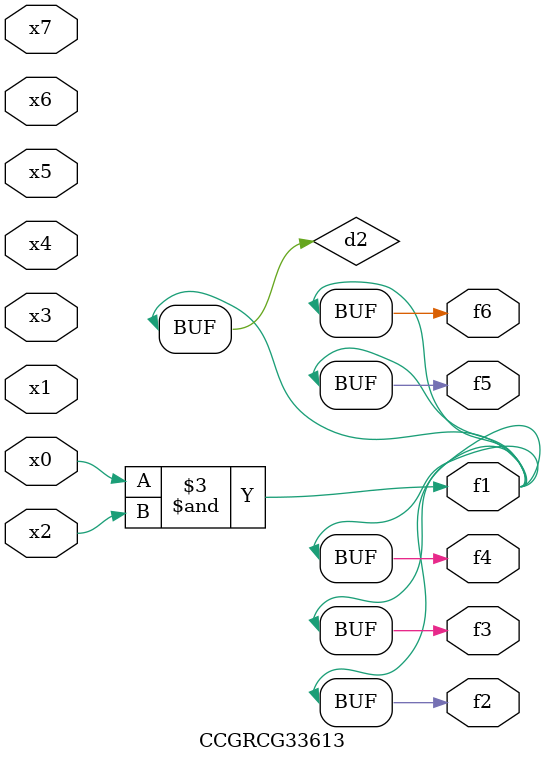
<source format=v>
module CCGRCG33613(
	input x0, x1, x2, x3, x4, x5, x6, x7,
	output f1, f2, f3, f4, f5, f6
);

	wire d1, d2;

	nor (d1, x3, x6);
	and (d2, x0, x2);
	assign f1 = d2;
	assign f2 = d2;
	assign f3 = d2;
	assign f4 = d2;
	assign f5 = d2;
	assign f6 = d2;
endmodule

</source>
